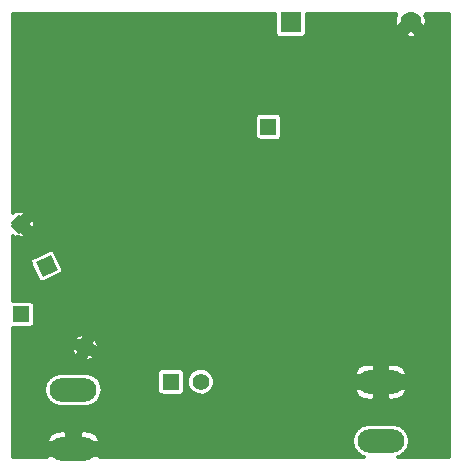
<source format=gbl>
G04 (created by PCBNEW (2013-07-07 BZR 4022)-stable) date 02/05/2014 07:12:38*
%MOIN*%
G04 Gerber Fmt 3.4, Leading zero omitted, Abs format*
%FSLAX34Y34*%
G01*
G70*
G90*
G04 APERTURE LIST*
%ADD10C,0.00590551*%
%ADD11R,0.055X0.055*%
%ADD12C,0.07*%
%ADD13R,0.07X0.07*%
%ADD14O,0.156X0.078*%
%ADD15C,0.055*%
%ADD16C,0.065*%
%ADD17C,0.0544*%
%ADD18C,0.012*%
G04 APERTURE END LIST*
G54D10*
G54D11*
X72750Y-41500D03*
G54D12*
X77500Y-38000D03*
G54D13*
X73500Y-38000D03*
G54D14*
X66250Y-52240D03*
X66250Y-50270D03*
X76500Y-50010D03*
X76500Y-51980D03*
G54D10*
G36*
X65731Y-46273D02*
X65233Y-46505D01*
X65000Y-46007D01*
X65499Y-45775D01*
X65731Y-46273D01*
X65731Y-46273D01*
G37*
G54D15*
X66633Y-48859D03*
G54D11*
X64500Y-47750D03*
G54D15*
X64500Y-44750D03*
G54D11*
X69500Y-50000D03*
G54D15*
X70500Y-50000D03*
G54D16*
X71750Y-44000D03*
X70000Y-44000D03*
X66250Y-39250D03*
X76750Y-43000D03*
X76500Y-40000D03*
X69500Y-41000D03*
X68000Y-41000D03*
X68000Y-39500D03*
X68750Y-40250D03*
X69500Y-39500D03*
X70250Y-40250D03*
X71000Y-41000D03*
X71750Y-40250D03*
X71000Y-39500D03*
X72500Y-38000D03*
X71750Y-38750D03*
X71000Y-38000D03*
X70250Y-38750D03*
X69500Y-38000D03*
X68750Y-38750D03*
X68000Y-38000D03*
X67000Y-42750D03*
G54D17*
X68000Y-41000D02*
X69500Y-41000D01*
X68750Y-40250D02*
X68000Y-39500D01*
X70250Y-40250D02*
X69500Y-39500D01*
X71750Y-40250D02*
X71000Y-41000D01*
X72500Y-38000D02*
X71000Y-39500D01*
X71000Y-38000D02*
X71750Y-38750D01*
X69500Y-38000D02*
X70250Y-38750D01*
X68000Y-38000D02*
X68750Y-38750D01*
G54D10*
G36*
X78770Y-52520D02*
X78036Y-52520D01*
X77702Y-52520D01*
X77702Y-38450D01*
X77500Y-38247D01*
X77297Y-38450D01*
X77342Y-38514D01*
X77551Y-38536D01*
X77657Y-38514D01*
X77702Y-38450D01*
X77702Y-52520D01*
X77059Y-52520D01*
X77126Y-52506D01*
X77311Y-52383D01*
X77435Y-52198D01*
X77478Y-51980D01*
X77435Y-51761D01*
X77386Y-51688D01*
X77386Y-50286D01*
X77386Y-49733D01*
X77271Y-49513D01*
X77252Y-49503D01*
X77051Y-49405D01*
X76808Y-49389D01*
X76712Y-49454D01*
X76712Y-49815D01*
X77375Y-49815D01*
X77386Y-49733D01*
X77386Y-50286D01*
X77375Y-50205D01*
X76712Y-50205D01*
X76712Y-50565D01*
X76808Y-50630D01*
X77051Y-50614D01*
X77271Y-50506D01*
X77386Y-50286D01*
X77386Y-51688D01*
X77311Y-51576D01*
X77126Y-51453D01*
X76908Y-51410D01*
X76288Y-51410D01*
X76288Y-50565D01*
X76288Y-50205D01*
X76288Y-49815D01*
X76288Y-49454D01*
X76191Y-49389D01*
X75948Y-49405D01*
X75728Y-49513D01*
X75613Y-49733D01*
X75624Y-49815D01*
X76288Y-49815D01*
X76288Y-50205D01*
X75624Y-50205D01*
X75613Y-50286D01*
X75728Y-50506D01*
X75948Y-50614D01*
X76191Y-50630D01*
X76288Y-50565D01*
X76288Y-51410D01*
X76091Y-51410D01*
X75873Y-51453D01*
X75688Y-51576D01*
X75564Y-51761D01*
X75521Y-51980D01*
X75564Y-52198D01*
X75688Y-52383D01*
X75873Y-52506D01*
X75940Y-52520D01*
X73205Y-52520D01*
X73205Y-41739D01*
X73205Y-41189D01*
X73177Y-41123D01*
X73127Y-41072D01*
X73060Y-41045D01*
X72989Y-41044D01*
X72439Y-41044D01*
X72373Y-41072D01*
X72322Y-41122D01*
X72295Y-41189D01*
X72294Y-41260D01*
X72294Y-41810D01*
X72322Y-41876D01*
X72372Y-41927D01*
X72439Y-41954D01*
X72510Y-41955D01*
X73060Y-41955D01*
X73126Y-41927D01*
X73177Y-41877D01*
X73204Y-41810D01*
X73205Y-41739D01*
X73205Y-52520D01*
X70955Y-52520D01*
X70955Y-49909D01*
X70885Y-49742D01*
X70758Y-49614D01*
X70590Y-49545D01*
X70409Y-49544D01*
X70242Y-49614D01*
X70114Y-49741D01*
X70045Y-49909D01*
X70044Y-50090D01*
X70114Y-50257D01*
X70241Y-50385D01*
X70409Y-50454D01*
X70590Y-50455D01*
X70757Y-50385D01*
X70885Y-50258D01*
X70954Y-50090D01*
X70955Y-49909D01*
X70955Y-52520D01*
X69955Y-52520D01*
X69955Y-50239D01*
X69955Y-49689D01*
X69927Y-49623D01*
X69877Y-49572D01*
X69810Y-49545D01*
X69739Y-49544D01*
X69189Y-49544D01*
X69123Y-49572D01*
X69072Y-49622D01*
X69045Y-49689D01*
X69044Y-49760D01*
X69044Y-50310D01*
X69072Y-50376D01*
X69122Y-50427D01*
X69189Y-50454D01*
X69260Y-50455D01*
X69810Y-50455D01*
X69876Y-50427D01*
X69927Y-50377D01*
X69954Y-50310D01*
X69955Y-50239D01*
X69955Y-52520D01*
X67228Y-52520D01*
X67228Y-50270D01*
X67185Y-50051D01*
X67093Y-49913D01*
X67093Y-48808D01*
X67038Y-48636D01*
X66968Y-48540D01*
X66897Y-48536D01*
X66810Y-48777D01*
X67051Y-48865D01*
X67093Y-48808D01*
X67093Y-49913D01*
X67061Y-49866D01*
X66957Y-49797D01*
X66957Y-49123D01*
X66716Y-49035D01*
X66639Y-49246D01*
X66639Y-48442D01*
X66583Y-48400D01*
X66411Y-48454D01*
X66314Y-48525D01*
X66310Y-48595D01*
X66551Y-48683D01*
X66639Y-48442D01*
X66639Y-49246D01*
X66628Y-49276D01*
X66684Y-49318D01*
X66856Y-49264D01*
X66953Y-49193D01*
X66957Y-49123D01*
X66957Y-49797D01*
X66876Y-49743D01*
X66658Y-49700D01*
X66457Y-49700D01*
X66457Y-48941D01*
X66216Y-48853D01*
X66174Y-48910D01*
X66229Y-49082D01*
X66299Y-49178D01*
X66369Y-49182D01*
X66457Y-48941D01*
X66457Y-49700D01*
X65912Y-49700D01*
X65912Y-46301D01*
X65909Y-46230D01*
X65879Y-46165D01*
X65647Y-45666D01*
X65594Y-45618D01*
X65527Y-45593D01*
X65455Y-45596D01*
X65390Y-45626D01*
X64960Y-45827D01*
X64960Y-44719D01*
X64937Y-44601D01*
X64875Y-44568D01*
X64694Y-44750D01*
X64875Y-44931D01*
X64937Y-44898D01*
X64960Y-44719D01*
X64960Y-45827D01*
X64892Y-45859D01*
X64843Y-45912D01*
X64819Y-45979D01*
X64822Y-46050D01*
X64852Y-46115D01*
X65084Y-46614D01*
X65137Y-46662D01*
X65204Y-46687D01*
X65276Y-46684D01*
X65341Y-46654D01*
X65839Y-46421D01*
X65888Y-46368D01*
X65912Y-46301D01*
X65912Y-49700D01*
X65841Y-49700D01*
X65623Y-49743D01*
X65438Y-49866D01*
X65314Y-50051D01*
X65271Y-50270D01*
X65314Y-50488D01*
X65438Y-50673D01*
X65623Y-50796D01*
X65841Y-50840D01*
X66658Y-50840D01*
X66876Y-50796D01*
X67061Y-50673D01*
X67185Y-50488D01*
X67228Y-50270D01*
X67228Y-52520D01*
X67134Y-52520D01*
X67136Y-52516D01*
X67136Y-51963D01*
X67021Y-51743D01*
X66801Y-51635D01*
X66558Y-51619D01*
X66462Y-51684D01*
X66462Y-52045D01*
X67125Y-52045D01*
X67136Y-51963D01*
X67136Y-52516D01*
X67125Y-52435D01*
X66462Y-52435D01*
X66462Y-52459D01*
X66038Y-52459D01*
X66038Y-52435D01*
X66038Y-52045D01*
X66038Y-51684D01*
X65941Y-51619D01*
X65698Y-51635D01*
X65478Y-51743D01*
X65363Y-51963D01*
X65374Y-52045D01*
X66038Y-52045D01*
X66038Y-52435D01*
X65374Y-52435D01*
X65363Y-52516D01*
X65365Y-52520D01*
X64230Y-52520D01*
X64230Y-49250D01*
X64230Y-48205D01*
X64260Y-48205D01*
X64810Y-48205D01*
X64876Y-48177D01*
X64927Y-48127D01*
X64954Y-48060D01*
X64955Y-47989D01*
X64955Y-47439D01*
X64927Y-47373D01*
X64877Y-47322D01*
X64810Y-47295D01*
X64739Y-47294D01*
X64681Y-47294D01*
X64230Y-47294D01*
X64230Y-45131D01*
X64324Y-45225D01*
X64361Y-45188D01*
X64530Y-45210D01*
X64648Y-45187D01*
X64681Y-45125D01*
X64500Y-44944D01*
X64441Y-45002D01*
X64247Y-44808D01*
X64305Y-44750D01*
X64247Y-44691D01*
X64441Y-44497D01*
X64500Y-44555D01*
X64681Y-44374D01*
X64648Y-44312D01*
X64469Y-44289D01*
X64360Y-44310D01*
X64324Y-44274D01*
X64230Y-44368D01*
X64230Y-37730D01*
X72969Y-37730D01*
X72969Y-38385D01*
X72997Y-38451D01*
X73047Y-38502D01*
X73114Y-38529D01*
X73185Y-38530D01*
X73885Y-38530D01*
X73951Y-38502D01*
X74002Y-38452D01*
X74029Y-38385D01*
X74030Y-38314D01*
X74030Y-37730D01*
X77010Y-37730D01*
X76970Y-37769D01*
X77018Y-37818D01*
X76985Y-37842D01*
X76963Y-38051D01*
X76985Y-38157D01*
X77049Y-38202D01*
X77252Y-38000D01*
X77220Y-37968D01*
X77459Y-37730D01*
X77477Y-37730D01*
X77500Y-37752D01*
X77522Y-37730D01*
X77540Y-37730D01*
X77779Y-37968D01*
X77747Y-38000D01*
X77950Y-38202D01*
X78014Y-38157D01*
X78036Y-37948D01*
X78014Y-37842D01*
X77981Y-37818D01*
X78029Y-37769D01*
X77989Y-37730D01*
X78770Y-37730D01*
X78770Y-49250D01*
X78770Y-52520D01*
X78770Y-52520D01*
G37*
G54D18*
X78770Y-52520D02*
X78036Y-52520D01*
X77702Y-52520D01*
X77702Y-38450D01*
X77500Y-38247D01*
X77297Y-38450D01*
X77342Y-38514D01*
X77551Y-38536D01*
X77657Y-38514D01*
X77702Y-38450D01*
X77702Y-52520D01*
X77059Y-52520D01*
X77126Y-52506D01*
X77311Y-52383D01*
X77435Y-52198D01*
X77478Y-51980D01*
X77435Y-51761D01*
X77386Y-51688D01*
X77386Y-50286D01*
X77386Y-49733D01*
X77271Y-49513D01*
X77252Y-49503D01*
X77051Y-49405D01*
X76808Y-49389D01*
X76712Y-49454D01*
X76712Y-49815D01*
X77375Y-49815D01*
X77386Y-49733D01*
X77386Y-50286D01*
X77375Y-50205D01*
X76712Y-50205D01*
X76712Y-50565D01*
X76808Y-50630D01*
X77051Y-50614D01*
X77271Y-50506D01*
X77386Y-50286D01*
X77386Y-51688D01*
X77311Y-51576D01*
X77126Y-51453D01*
X76908Y-51410D01*
X76288Y-51410D01*
X76288Y-50565D01*
X76288Y-50205D01*
X76288Y-49815D01*
X76288Y-49454D01*
X76191Y-49389D01*
X75948Y-49405D01*
X75728Y-49513D01*
X75613Y-49733D01*
X75624Y-49815D01*
X76288Y-49815D01*
X76288Y-50205D01*
X75624Y-50205D01*
X75613Y-50286D01*
X75728Y-50506D01*
X75948Y-50614D01*
X76191Y-50630D01*
X76288Y-50565D01*
X76288Y-51410D01*
X76091Y-51410D01*
X75873Y-51453D01*
X75688Y-51576D01*
X75564Y-51761D01*
X75521Y-51980D01*
X75564Y-52198D01*
X75688Y-52383D01*
X75873Y-52506D01*
X75940Y-52520D01*
X73205Y-52520D01*
X73205Y-41739D01*
X73205Y-41189D01*
X73177Y-41123D01*
X73127Y-41072D01*
X73060Y-41045D01*
X72989Y-41044D01*
X72439Y-41044D01*
X72373Y-41072D01*
X72322Y-41122D01*
X72295Y-41189D01*
X72294Y-41260D01*
X72294Y-41810D01*
X72322Y-41876D01*
X72372Y-41927D01*
X72439Y-41954D01*
X72510Y-41955D01*
X73060Y-41955D01*
X73126Y-41927D01*
X73177Y-41877D01*
X73204Y-41810D01*
X73205Y-41739D01*
X73205Y-52520D01*
X70955Y-52520D01*
X70955Y-49909D01*
X70885Y-49742D01*
X70758Y-49614D01*
X70590Y-49545D01*
X70409Y-49544D01*
X70242Y-49614D01*
X70114Y-49741D01*
X70045Y-49909D01*
X70044Y-50090D01*
X70114Y-50257D01*
X70241Y-50385D01*
X70409Y-50454D01*
X70590Y-50455D01*
X70757Y-50385D01*
X70885Y-50258D01*
X70954Y-50090D01*
X70955Y-49909D01*
X70955Y-52520D01*
X69955Y-52520D01*
X69955Y-50239D01*
X69955Y-49689D01*
X69927Y-49623D01*
X69877Y-49572D01*
X69810Y-49545D01*
X69739Y-49544D01*
X69189Y-49544D01*
X69123Y-49572D01*
X69072Y-49622D01*
X69045Y-49689D01*
X69044Y-49760D01*
X69044Y-50310D01*
X69072Y-50376D01*
X69122Y-50427D01*
X69189Y-50454D01*
X69260Y-50455D01*
X69810Y-50455D01*
X69876Y-50427D01*
X69927Y-50377D01*
X69954Y-50310D01*
X69955Y-50239D01*
X69955Y-52520D01*
X67228Y-52520D01*
X67228Y-50270D01*
X67185Y-50051D01*
X67093Y-49913D01*
X67093Y-48808D01*
X67038Y-48636D01*
X66968Y-48540D01*
X66897Y-48536D01*
X66810Y-48777D01*
X67051Y-48865D01*
X67093Y-48808D01*
X67093Y-49913D01*
X67061Y-49866D01*
X66957Y-49797D01*
X66957Y-49123D01*
X66716Y-49035D01*
X66639Y-49246D01*
X66639Y-48442D01*
X66583Y-48400D01*
X66411Y-48454D01*
X66314Y-48525D01*
X66310Y-48595D01*
X66551Y-48683D01*
X66639Y-48442D01*
X66639Y-49246D01*
X66628Y-49276D01*
X66684Y-49318D01*
X66856Y-49264D01*
X66953Y-49193D01*
X66957Y-49123D01*
X66957Y-49797D01*
X66876Y-49743D01*
X66658Y-49700D01*
X66457Y-49700D01*
X66457Y-48941D01*
X66216Y-48853D01*
X66174Y-48910D01*
X66229Y-49082D01*
X66299Y-49178D01*
X66369Y-49182D01*
X66457Y-48941D01*
X66457Y-49700D01*
X65912Y-49700D01*
X65912Y-46301D01*
X65909Y-46230D01*
X65879Y-46165D01*
X65647Y-45666D01*
X65594Y-45618D01*
X65527Y-45593D01*
X65455Y-45596D01*
X65390Y-45626D01*
X64960Y-45827D01*
X64960Y-44719D01*
X64937Y-44601D01*
X64875Y-44568D01*
X64694Y-44750D01*
X64875Y-44931D01*
X64937Y-44898D01*
X64960Y-44719D01*
X64960Y-45827D01*
X64892Y-45859D01*
X64843Y-45912D01*
X64819Y-45979D01*
X64822Y-46050D01*
X64852Y-46115D01*
X65084Y-46614D01*
X65137Y-46662D01*
X65204Y-46687D01*
X65276Y-46684D01*
X65341Y-46654D01*
X65839Y-46421D01*
X65888Y-46368D01*
X65912Y-46301D01*
X65912Y-49700D01*
X65841Y-49700D01*
X65623Y-49743D01*
X65438Y-49866D01*
X65314Y-50051D01*
X65271Y-50270D01*
X65314Y-50488D01*
X65438Y-50673D01*
X65623Y-50796D01*
X65841Y-50840D01*
X66658Y-50840D01*
X66876Y-50796D01*
X67061Y-50673D01*
X67185Y-50488D01*
X67228Y-50270D01*
X67228Y-52520D01*
X67134Y-52520D01*
X67136Y-52516D01*
X67136Y-51963D01*
X67021Y-51743D01*
X66801Y-51635D01*
X66558Y-51619D01*
X66462Y-51684D01*
X66462Y-52045D01*
X67125Y-52045D01*
X67136Y-51963D01*
X67136Y-52516D01*
X67125Y-52435D01*
X66462Y-52435D01*
X66462Y-52459D01*
X66038Y-52459D01*
X66038Y-52435D01*
X66038Y-52045D01*
X66038Y-51684D01*
X65941Y-51619D01*
X65698Y-51635D01*
X65478Y-51743D01*
X65363Y-51963D01*
X65374Y-52045D01*
X66038Y-52045D01*
X66038Y-52435D01*
X65374Y-52435D01*
X65363Y-52516D01*
X65365Y-52520D01*
X64230Y-52520D01*
X64230Y-49250D01*
X64230Y-48205D01*
X64260Y-48205D01*
X64810Y-48205D01*
X64876Y-48177D01*
X64927Y-48127D01*
X64954Y-48060D01*
X64955Y-47989D01*
X64955Y-47439D01*
X64927Y-47373D01*
X64877Y-47322D01*
X64810Y-47295D01*
X64739Y-47294D01*
X64681Y-47294D01*
X64230Y-47294D01*
X64230Y-45131D01*
X64324Y-45225D01*
X64361Y-45188D01*
X64530Y-45210D01*
X64648Y-45187D01*
X64681Y-45125D01*
X64500Y-44944D01*
X64441Y-45002D01*
X64247Y-44808D01*
X64305Y-44750D01*
X64247Y-44691D01*
X64441Y-44497D01*
X64500Y-44555D01*
X64681Y-44374D01*
X64648Y-44312D01*
X64469Y-44289D01*
X64360Y-44310D01*
X64324Y-44274D01*
X64230Y-44368D01*
X64230Y-37730D01*
X72969Y-37730D01*
X72969Y-38385D01*
X72997Y-38451D01*
X73047Y-38502D01*
X73114Y-38529D01*
X73185Y-38530D01*
X73885Y-38530D01*
X73951Y-38502D01*
X74002Y-38452D01*
X74029Y-38385D01*
X74030Y-38314D01*
X74030Y-37730D01*
X77010Y-37730D01*
X76970Y-37769D01*
X77018Y-37818D01*
X76985Y-37842D01*
X76963Y-38051D01*
X76985Y-38157D01*
X77049Y-38202D01*
X77252Y-38000D01*
X77220Y-37968D01*
X77459Y-37730D01*
X77477Y-37730D01*
X77500Y-37752D01*
X77522Y-37730D01*
X77540Y-37730D01*
X77779Y-37968D01*
X77747Y-38000D01*
X77950Y-38202D01*
X78014Y-38157D01*
X78036Y-37948D01*
X78014Y-37842D01*
X77981Y-37818D01*
X78029Y-37769D01*
X77989Y-37730D01*
X78770Y-37730D01*
X78770Y-49250D01*
X78770Y-52520D01*
M02*

</source>
